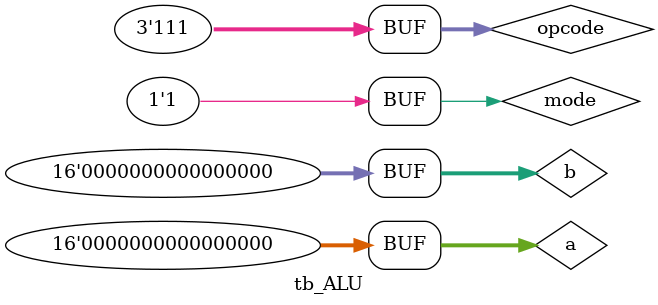
<source format=v>

module ALU( a, b, opcode, mode, outALU, za, zb, eq, gt, lt);
input [15:0] a;
input [15:0] b;
input [2:0] opcode;
input mode;
output [31:0] outALU;
output za, zb, eq, gt, lt;

reg [31:0] outALU;
reg za, zb, eq, gt, lt;

wire [31:0] outau;
wire [31:0] outlu;
wire tza, tzb, teq, tgt, tlt;

// Instantiation of the modules

arith a1 (.a(a), .b(b), .opcode(opcode), .outau(outau));
logic l1 (.a(a), .b(b), .opcode(opcode), .outlu(outlu), .za(tza), .zb(tzb), .eq(teq), .gt(tgt), .lt(tlt));

// At every change of a, b, mode and opcode, we need to select the output.

always@(a,b,mode,opcode)
begin
	if(mode == 0) begin
	outALU = outau;
	end
	else if (mode == 1) begin
	outALU = outlu;
	end
	else begin
	outALU = 32'h00000000;
	end

	za = tza;
	zb = tzb;
	eq = teq;
	gt = tgt;
	lt = tlt;
end

endmodule
////////////////////////////////////////////////////////////////////////
//	Testbench for the ALU design				///////
///////////////////////////////////////////////////////////////////////

module tb_ALU();
reg [15:0] a;
reg [15:0] b;
reg [2:0] opcode;
reg mode;
wire [31:0] outALU;
wire za, zb, eq, gt, lt;


// Instantiation of ALU

ALU d1 (.a(a), .b(b), .opcode(opcode), .mode(mode), .outALU(outALU), .za(za), .zb(zb), .eq(eq), .gt(gt), .lt(lt));

// Initialization
initial
begin
	a <= 16'h0000;
	b <= 16'h0000;
	opcode <= 000;
	mode <= 0;
end

initial
begin

	#10 mode = 0;	//	Mode 0 test the Arithmetic Unit
	#5 a = 16'h0001;
	#5 b = 16'h0010;

	# 5 opcode = 3'b001;
	# 5 opcode = 3'b010;
	# 5 opcode = 3'b011;
	# 5 opcode = 3'b100;
	# 5 opcode = 3'b101;
	# 5 opcode = 3'b110;
	# 5 opcode = 3'b111;

	#5 a = 16'h0100;
	#5 b = 16'h0110;
	# 5 opcode = 3'b001;
	# 5 opcode = 3'b010;
	# 5 opcode = 3'b011;
	# 5 opcode = 3'b100;
	# 5 opcode = 3'b101;
	# 5 opcode = 3'b110;
	# 5 opcode = 3'b111;

	#10 mode = 1;	// Mode 1 test for logic unit
	a = 16'h0003;
	b = 16'h000F;

	// Various opcodes to see the output
	# 5 opcode = 3'b001;
	# 5 opcode = 3'b010;
	# 5 opcode = 3'b011;
	# 5 opcode = 3'b100;
	# 5 opcode = 3'b101;
	# 5 opcode = 3'b110;
	# 5 opcode = 3'b111;
	
	// When A=B test all the conditions
	#10 a = 16'h00E9;
	b = 16'h00E9;
	# 5 opcode = 3'b001;
	# 5 opcode = 3'b010;
	# 5 opcode = 3'b011;
	# 5 opcode = 3'b100;
	# 5 opcode = 3'b101;
	# 5 opcode = 3'b110;
	# 5 opcode = 3'b111;

	// Test ZA
	#10 a <= 16'h0000;

	// Test ZB
	#10 b <= 16'h0000;
end
endmodule

</source>
